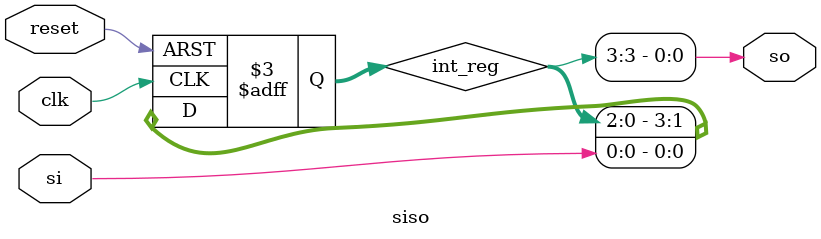
<source format=sv>
/*module siso(input wire clk,input wire si,output wire so);
  
  reg [3:0] int_reg = 0;
  
  always @(posedge clk) 
  begin
    int_reg[0] <= si;
    int_reg[1] <= int_reg[0];
    int_reg[2] <= int_reg[1];
    int_reg[3] <= int_reg[2];
  end
  
  assign so = int_reg[3];
  
endmodule*/

//SHIFTARE LA  DREAPTA: si are cel mai putin semnificativ bit iar celelalte valori sunt shiftate spre dreapta, astfel încât int_reg[0] devine int_reg[1] etc
module siso(input wire clk,input wire reset,input wire si,output wire so);

  reg [3:0] int_reg = 0;

  always @(posedge clk or posedge reset) 
  begin
    if (reset)
      int_reg <= 4'b0000; //resetare pe 0
    else begin
      int_reg[0] <= si; //si este atribuit cu cel mai putin semnificativ bit
      int_reg[3:1] <= int_reg[2:0];//atribuie bitii 2->0 cu din reg bitului 3->1
      //int_reg <= {int_reg[2:0], si}; //concatenare: combina bitii 2->0 cu si
    end
  end

  assign so = int_reg[3]; //atribui so cu bitul cel mai putin semnificativ

endmodule
</source>
